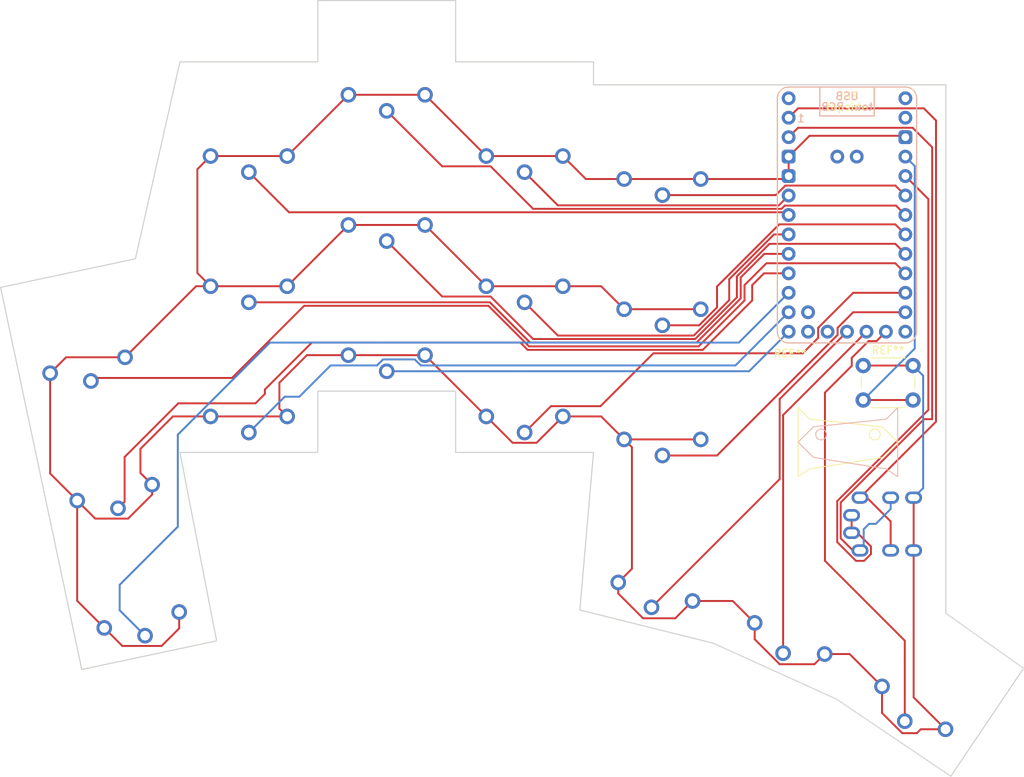
<source format=kicad_pcb>
(kicad_pcb (version 20240108) (generator "pcbnew") (generator_version "8.0")
  (title_block (title "pcb") (rev "v1.0.0") (company "Unknown"))
  (layers (0 "F.Cu" signal) (31 "B.Cu" signal) (34 "B.Paste" user) (35 "F.Paste" user) (36 "B.SilkS" user "B.Silkscreen") (37 "F.SilkS" user "F.Silkscreen") (38 "B.Mask" user) (39 "F.Mask" user) (44 "Edge.Cuts" user))
  (net 0 "")
  (net 1 "GND")
  (net 2 "P7")
  (net 3 "P27")
  (net 4 "P2")
  (net 5 "P8")
  (net 6 "P26")
  (net 7 "P3")
  (net 8 "P9")
  (net 9 "P5")
  (net 10 "P29")
  (net 11 "P20")
  (net 12 "P6")
  (net 13 "P28")
  (net 14 "P23")
  (net 15 "P22")
  (net 16 "P4")
  (net 17 "P12")
  (net 18 "P13")
  (net 19 "P14")
  (net 20 "VCC")
  (net 21 "P0")
  (net 22 "P1")
  (net 23 "RST")
  (net 24 "p15")
  (net 25 "P16")
  (footprint "PG1350" (layer "F.Cu") (at 50.780983 -26.655629 180)
    (property "Reference" "S10" (hide yes))
    (property "Value" "" (hide yes))
    (pad "" np_thru_hole circle (at -5.5 0 180) (size 1.7018 1.7018) (drill 1.7018) (layers "*.Cu" "*.Mask"))
    (pad "" np_thru_hole circle (at 0 0 180) (size 3.429 3.429) (drill 3.429) (layers "*.Cu" "*.Mask"))
    (pad "" np_thru_hole circle (at 5.5 0 180) (size 1.7018 1.7018) (drill 1.7018) (layers "*.Cu" "*.Mask"))
    (pad "1" thru_hole circle (at -5 -3.8 180) (size 2.032 2.032) (drill 1.27) (layers "*.Cu" "*.Mask") (net 1 "GND"))
    (pad "1" thru_hole circle (at 5 -3.8 180) (size 2.032 2.032) (drill 1.27) (layers "*.Cu" "*.Mask") (net 1 "GND"))
    (pad "2" thru_hole circle (at 0 -5.9 180) (size 2.032 2.032) (drill 1.27) (layers "*.Cu" "*.Mask") (net 11 "P20"))
  )
  (footprint "PCM_marbastlib-xp-promicroish:Helios_AH_Reversible" (layer "F.Cu") (at 92.88 -47.89)
    (property "Reference" "REF**" (at -9.67 16.82 0) (layer "F.SilkS") (effects (justify left)))
    (property "Value" "Helios_AH_Reversible")
    (fp_line (start -9.09 13.97) (end -9.09 -16.51) (stroke (width 0.15)) (layer "B.SilkS"))
    (fp_line (start -7.62 -17.98) (end 7.62 -17.98) (stroke (width 0.15)) (layer "B.SilkS"))
    (fp_line (start -3.55 -14.2) (end -3.55 -17.98) (stroke (width 0.15)) (layer "B.SilkS"))
    (fp_line (start -3.55 -14.2) (end 3.55 -14.2) (stroke (width 0.15)) (layer "B.SilkS"))
    (fp_line (start 3.55 -14.2) (end 3.55 -17.98) (stroke (width 0.15)) (layer "B.SilkS"))
    (fp_line (start 7.62 15.44) (end -7.62 15.44) (stroke (width 0.15)) (layer "B.SilkS"))
    (fp_line (start 9.09 -16.51) (end 9.09 13.97) (stroke (width 0.15)) (layer "B.SilkS"))
    (fp_arc (start -9.09 -16.51) (mid -8.659447 -17.549447) (end -7.62 -17.98) (stroke (width 0.15)) (layer "B.SilkS"))
    (fp_arc (start -7.62 15.44) (mid -8.659447 15.009447) (end -9.09 13.97) (stroke (width 0.15)) (layer "B.SilkS"))
    (fp_arc (start 7.62 -17.98) (mid 8.659447 -17.549447) (end 9.09 -16.51) (stroke (width 0.15)) (layer "B.SilkS"))
    (fp_arc (start 9.09 13.97) (mid 8.659447 15.009447) (end 7.62 15.44) (stroke (width 0.15)) (layer "B.SilkS"))
    (fp_line (start -9.09 -16.51) (end -9.09 13.97) (stroke (width 0.15)) (layer "F.SilkS"))
    (fp_line (start -7.62 15.44) (end 7.62 15.44) (stroke (width 0.15)) (layer "F.SilkS"))
    (fp_line (start -3.55 -14.2) (end -3.55 -17.98) (stroke (width 0.15)) (layer "F.SilkS"))
    (fp_line (start 3.55 -14.2) (end -3.55 -14.2) (stroke (width 0.15)) (layer "F.SilkS"))
    (fp_line (start 3.55 -14.2) (end 3.55 -17.98) (stroke (width 0.15)) (layer "F.SilkS"))
    (fp_line (start 7.62 -17.98) (end -7.62 -17.98) (stroke (width 0.15)) (layer "F.SilkS"))
    (fp_line (start 9.09 13.97) (end 9.09 -16.51) (stroke (width 0.15)) (layer "F.SilkS"))
    (fp_arc (start -9.09 -16.51) (mid -8.659446 -17.549446) (end -7.62 -17.98) (stroke (width 0.15)) (layer "F.SilkS"))
    (fp_arc (start -7.62 15.44) (mid -8.659447 15.009447) (end -9.09 13.97) (stroke (width 0.15)) (layer "F.SilkS"))
    (fp_arc (start 7.62 -17.98) (mid 8.659447 -17.549447) (end 9.09 -16.51) (stroke (width 0.15)) (layer "F.SilkS"))
    (fp_arc (start 9.09 13.97) (mid 8.659447 15.009447) (end 7.62 15.44) (stroke (width 0.15)) (layer "F.SilkS"))
    (fp_text user "USB" (at 0 -16.2 0) (layer "B.SilkS") (effects (justify bottom mirror)))
    (fp_text user "1" (at -6.02 -13.2825 0) (layer "B.SilkS") (effects (justify bottom mirror)))
    (fp_text user "tow. PCB" (at 0 -14.8 0) (layer "B.SilkS") (effects (justify bottom mirror)))
    (fp_text user "1" (at -6.02 -13.2825 0) (layer "F.SilkS") (effects (justify bottom)))
    (fp_text user "topside" (at 0 -14.8 0) (layer "F.SilkS") (effects (justify bottom)))
    (fp_text user "USB" (at 0 -16.2 0) (layer "F.SilkS") (effects (justify bottom)))
    (pad "1" thru_hole circle (at -7.62 -13.97) (size 1.8 1.8) (drill 1) (layers "*.Cu" "*.Mask") (net 21 "P0"))
    (pad "2" thru_hole circle (at -7.62 -11.43) (size 1.8 1.8) (drill 1) (layers "*.Cu" "*.Mask") (net 22 "P1"))
    (pad "3" thru_hole roundrect (at -7.62 -8.89) (size 1.8 1.8) (drill 1) (layers "*.Cu" "*.Mask") (net 1 "GND"))
    (pad "4" thru_hole roundrect (at -7.62 -6.35) (size 1.8 1.8) (drill 1) (layers "*.Cu" "*.Mask") (net 1 "GND"))
    (pad "5" thru_hole circle (at -7.62 -3.81) (size 1.8 1.8) (drill 1) (layers "*.Cu" "*.Mask") (net 4 "P2"))
    (pad "6" thru_hole circle (at -7.62 -1.27) (size 1.8 1.8) (drill 1) (layers "*.Cu" "*.Mask") (net 7 "P3"))
    (pad "7" thru_hole circle (at -7.62 1.27) (size 1.8 1.8) (drill 1) (layers "*.Cu" "*.Mask") (net 16 "P4"))
    (pad "8" thru_hole circle (at -7.62 3.81) (size 1.8 1.8) (drill 1) (layers "*.Cu" "*.Mask") (net 9 "P5"))
    (pad "9" thru_hole circle (at -7.62 6.35) (size 1.8 1.8) (drill 1) (layers "*.Cu" "*.Mask") (net 12 "P6"))
    (pad "10" thru_hole circle (at -7.62 8.89) (size 1.8 1.8) (drill 1) (layers "*.Cu" "*.Mask") (net 2 "P7"))
    (pad "11" thru_hole circle (at -7.62 11.43) (size 1.8 1.8) (drill 1) (layers "*.Cu" "*.Mask") (net 5 "P8"))
    (pad "12" thru_hole circle (at -7.62 13.97) (size 1.8 1.8) (drill 1) (layers "*.Cu" "*.Mask") (net 8 "P9"))
    (pad "13" thru_hole circle (at 7.62 -13.97) (size 1.8 1.8) (drill 1) (layers "*.Cu" "*.Mask"))
    (pad "14" thru_hole roundrect (at 7.62 -11.43) (size 1.8 1.8) (drill 1) (layers "*.Cu" "*.Mask") (net 1 "GND"))
    (pad "15" thru_hole circle (at 7.62 -8.89) (size 1.8 1.8) (drill 1) (layers "*.Cu" "*.Mask") (net 23 "RST"))
    (pad "16" thru_hole circle (at 7.62 -6.35) (size 1.8 1.8) (drill 1) (layers "*.Cu" "*.Mask") (net 20 "VCC"))
    (pad "17" thru_hole circle (at 7.62 -3.81) (size 1.8 1.8) (drill 1) (layers "*.Cu" "*.Mask") (net 10 "P29"))
    (pad "18" thru_hole circle (at 7.62 -1.27) (size 1.8 1.8) (drill 1) (layers "*.Cu" "*.Mask") (net 13 "P28"))
    (pad "19" thru_hole circle (at 7.62 1.27) (size 1.8 1.8) (drill 1) (layers "*.Cu" "*.Mask") (net 3 "P27"))
    (pad "20" thru_hole circle (at 7.62 3.81) (size 1.8 1.8) (drill 1) (layers "*.Cu" "*.Mask") (net 6 "P26"))
    (pad "21" thru_hole circle (at 7.62 6.35) (size 1.8 1.8) (drill 1) (layers "*.Cu" "*.Mask") (net 15 "P22"))
    (pad "22" thru_hole circle (at 7.62 8.89) (size 1.8 1.8) (drill 1) (layers "*.Cu" "*.Mask") (net 11 "P20"))
    (pad "23" thru_hole circle (at 7.62 11.43) (size 1.8 1.8) (drill 1) (layers "*.Cu" "*.Mask") (net 14 "P23"))
    (pad "24" thru_hole circle (at 7.62 13.97) (size 1.8 1.8) (drill 1) (layers "*.Cu" "*.Mask"))
    (pad "25" thru_hole circle (at -5.08 13.97) (size 1.8 1.8) (drill 1) (layers "*.Cu" "*.Mask") (net 17 "P12"))
    (pad "26" thru_hole circle (at -2.54 13.97) (size 1.8 1.8) (drill 1) (layers "*.Cu" "*.Mask") (net 18 "P13"))
    (pad "27" thru_hole circle (at 0 13.97) (size 1.8 1.8) (drill 1) (layers "*.Cu" "*.Mask") (net 19 "P14"))
    (pad "28" thru_hole circle (at 2.54 13.97) (size 1.8 1.8) (drill 1) (layers "*.Cu" "*.Mask") (net 24 "p15"))
    (pad "29" thru_hole circle (at 5.08 13.97) (size 1.8 1.8) (drill 1) (layers "*.Cu" "*.Mask") (net 25 "P16"))
    (pad "30" thru_hole circle (at 7.62 -16.51) (size 1.8 1.8) (drill 1) (layers "*.Cu" "*.Mask"))
    (pad "31" thru_hole circle (at -7.62 -16.51) (size 1.8 1.8) (drill 1) (layers "*.Cu" "*.Mask"))
    (pad "32" thru_hole circle (at -1.27 -8.89) (size 1.8 1.8) (drill 1) (layers "*.Cu" "*.Mask"))
    (pad "33" thru_hole circle (at 1.27 -8.89) (size 1.8 1.8) (drill 1) (layers "*.Cu" "*.Mask"))
    (pad "34" thru_hole circle (at -5.08 11.43) (size 1.8 1.8) (drill 1) (layers "*.Cu" "*.Mask"))
  )
  (footprint "PG1350" (layer "F.Cu") (at 68.780983 -57.655629 180)
    (property "Reference" "S15" (hide yes))
    (property "Value" "" (hide yes))
    (pad "" np_thru_hole circle (at -5.5 0 180) (size 1.7018 1.7018) (drill 1.7018) (layers "*.Cu" "*.Mask"))
    (pad "" np_thru_hole circle (at 0 0 180) (size 3.429 3.429) (drill 3.429) (layers "*.Cu" "*.Mask"))
    (pad "" np_thru_hole circle (at 5.5 0 180) (size 1.7018 1.7018) (drill 1.7018) (layers "*.Cu" "*.Mask"))
    (pad "1" thru_hole circle (at -5 -3.8 180) (size 2.032 2.032) (drill 1.27) (layers "*.Cu" "*.Mask") (net 1 "GND"))
    (pad "1" thru_hole circle (at 5 -3.8 180) (size 2.032 2.032) (drill 1.27) (layers "*.Cu" "*.Mask") (net 1 "GND"))
    (pad "2" thru_hole circle (at 0 -5.9 180) (size 2.032 2.032) (drill 1.27) (layers "*.Cu" "*.Mask") (net 10 "P29"))
  )
  (footprint "PG1350" (layer "F.Cu") (at 68.780983 -23.655629 180)
    (property "Reference" "S13" (hide yes))
    (property "Value" "" (hide yes))
    (pad "" np_thru_hole circle (at -5.5 0 180) (size 1.7018 1.7018) (drill 1.7018) (layers "*.Cu" "*.Mask"))
    (pad "" np_thru_hole circle (at 0 0 180) (size 3.429 3.429) (drill 3.429) (layers "*.Cu" "*.Mask"))
    (pad "" np_thru_hole circle (at 5.5 0 180) (size 1.7018 1.7018) (drill 1.7018) (layers "*.Cu" "*.Mask"))
    (pad "1" thru_hole circle (at -5 -3.8 180) (size 2.032 2.032) (drill 1.27) (layers "*.Cu" "*.Mask") (net 1 "GND"))
    (pad "1" thru_hole circle (at 5 -3.8 180) (size 2.032 2.032) (drill 1.27) (layers "*.Cu" "*.Mask") (net 1 "GND"))
    (pad "2" thru_hole circle (at 0 -5.9 180) (size 2.032 2.032) (drill 1.27) (layers "*.Cu" "*.Mask") (net 14 "P23"))
  )
  (footprint "PG1350" (layer "F.Cu") (at 86.938641 2.665688 156)
    (property "Reference" "S17" (hide yes))
    (property "Value" "" (hide yes))
    (pad "" np_thru_hole circle (at -5.5 0 180) (size 1.7018 1.7018) (drill 1.7018) (layers "*.Cu" "*.Mask"))
    (pad "" np_thru_hole circle (at 0 0 180) (size 3.429 3.429) (drill 3.429) (layers "*.Cu" "*.Mask"))
    (pad "" np_thru_hole circle (at 5.5 0 180) (size 1.7018 1.7018) (drill 1.7018) (layers "*.Cu" "*.Mask"))
    (pad "1" thru_hole circle (at -5 -3.8 180) (size 2.032 2.032) (drill 1.27) (layers "*.Cu" "*.Mask") (net 1 "GND"))
    (pad "1" thru_hole circle (at 5 -3.800001 180) (size 2.032 2.032) (drill 1.27) (layers "*.Cu" "*.Mask") (net 1 "GND"))
    (pad "2" thru_hole circle (at 0 -5.9 180) (size 2.032 2.032) (drill 1.27) (layers "*.Cu" "*.Mask") (net 24 "p15"))
  )
  (footprint "PG1350" (layer "F.Cu") (at 68.780983 -40.655629 180)
    (property "Reference" "S14" (hide yes))
    (property "Value" "" (hide yes))
    (pad "" np_thru_hole circle (at -5.5 0 180) (size 1.7018 1.7018) (drill 1.7018) (layers "*.Cu" "*.Mask"))
    (pad "" np_thru_hole circle (at 0 0 180) (size 3.429 3.429) (drill 3.429) (layers "*.Cu" "*.Mask"))
    (pad "" np_thru_hole circle (at 5.5 0 180) (size 1.7018 1.7018) (drill 1.7018) (layers "*.Cu" "*.Mask"))
    (pad "1" thru_hole circle (at -5 -3.8 180) (size 2.032 2.032) (drill 1.27) (layers "*.Cu" "*.Mask") (net 1 "GND"))
    (pad "1" thru_hole circle (at 5 -3.8 180) (size 2.032 2.032) (drill 1.27) (layers "*.Cu" "*.Mask") (net 1 "GND"))
    (pad "2" thru_hole circle (at 0 -5.9 180) (size 2.032 2.032) (drill 1.27) (layers "*.Cu" "*.Mask") (net 3 "P27"))
  )
  (footprint "PG1350" (layer "F.Cu") (at 32.780983 -68.655629 180)
    (property "Reference" "S9" (hide yes))
    (property "Value" "" (hide yes))
    (pad "" np_thru_hole circle (at -5.5 0 180) (size 1.7018 1.7018) (drill 1.7018) (layers "*.Cu" "*.Mask"))
    (pad "" np_thru_hole circle (at 0 0 180) (size 3.429 3.429) (drill 3.429) (layers "*.Cu" "*.Mask"))
    (pad "" np_thru_hole circle (at 5.5 0 180) (size 1.7018 1.7018) (drill 1.7018) (layers "*.Cu" "*.Mask"))
    (pad "1" thru_hole circle (at -5 -3.8 180) (size 2.032 2.032) (drill 1.27) (layers "*.Cu" "*.Mask") (net 1 "GND"))
    (pad "1" thru_hole circle (at 5 -3.8 180) (size 2.032 2.032) (drill 1.27) (layers "*.Cu" "*.Mask") (net 1 "GND"))
    (pad "2" thru_hole circle (at 0 -5.9 180) (size 2.032 2.032) (drill 1.27) (layers "*.Cu" "*.Mask") (net 13 "P28"))
  )
  (footprint "PG1350" (layer "F.Cu") (at 14.780983 -60.655629 180)
    (property "Reference" "S6" (hide yes))
    (property "Value" "" (hide yes))
    (pad "" np_thru_hole circle (at -5.5 0 180) (size 1.7018 1.7018) (drill 1.7018) (layers "*.Cu" "*.Mask"))
    (pad "" np_thru_hole circle (at 0 0 180) (size 3.429 3.429) (drill 3.429) (layers "*.Cu" "*.Mask"))
    (pad "" np_thru_hole circle (at 5.5 0 180) (size 1.7018 1.7018) (drill 1.7018) (layers "*.Cu" "*.Mask"))
    (pad "1" thru_hole circle (at -5 -3.8 180) (size 2.032 2.032) (drill 1.27) (layers "*.Cu" "*.Mask") (net 1 "GND"))
    (pad "1" thru_hole circle (at 5 -3.8 180) (size 2.032 2.032) (drill 1.27) (layers "*.Cu" "*.Mask") (net 1 "GND"))
    (pad "2" thru_hole circle (at 0 -5.9 180) (size 2.032 2.032) (drill 1.27) (layers "*.Cu" "*.Mask") (net 7 "P3"))
  )
  (footprint "TRRS-PJ-320A-dual" (layer "F.Cu") (at 104.780983 -7.655629 -90)
    (property "Reference" "TRRS1")
    (property "Value" "TRRS-PJ-320A-dual")
    (pad "" np_thru_hole circle (at -2.3 1.6) (size 1.5 1.5) (drill 1.5) (layers "*.Cu" "*.Mask"))
    (pad "" np_thru_hole circle (at -2.3 8.6) (size 1.5 1.5) (drill 1.5) (layers "*.Cu" "*.Mask"))
    (pad "" np_thru_hole circle (at 0 1.6) (size 1.5 1.5) (drill 1.5) (layers "*.Cu" "*.Mask"))
    (pad "" np_thru_hole circle (at 0 8.6) (size 1.5 1.5) (drill 1.5) (layers "*.Cu" "*.Mask"))
    (pad "1" thru_hole oval (at -2.3 11.3 270) (size 1.6 2.2) (drill oval 0.9 1.5) (layers "*.Cu" "*.Mask") (net 20 "VCC"))
    (pad "1" thru_hole oval (at 0 11.3 270) (size 1.6 2.2) (drill oval 0.9 1.5) (layers "*.Cu" "*.Mask") (net 20 "VCC"))
    (pad "2" thru_hole oval (at -4.6 10.2 270) (size 1.6 2.2) (drill oval 0.9 1.5) (layers "*.Cu" "*.Mask") (net 21 "P0"))
    (pad "2" thru_hole oval (at 2.3 10.2 270) (size 1.6 2.2) (drill oval 0.9 1.5) (layers "*.Cu" "*.Mask") (net 22 "P1"))
    (pad "3" thru_hole oval (at -4.6 6.2 270) (size 1.6 2.2) (drill oval 0.9 1.5) (layers "*.Cu" "*.Mask") (net 22 "P1"))
    (pad "3" thru_hole oval (at 2.3 6.2 270) (size 1.6 2.2) (drill oval 0.9 1.5) (layers "*.Cu" "*.Mask") (net 21 "P0"))
    (pad "4" thru_hole oval (at -4.6 3.2 270) (size 1.6 2.2) (drill oval 0.9 1.5) (layers "*.Cu" "*.Mask") (net 1 "GND"))
    (pad "4" thru_hole oval (at 2.3 3.2 270) (size 1.6 2.2) (drill oval 0.9 1.5) (layers "*.Cu" "*.Mask") (net 1 "GND"))
  )
  (footprint "PG1350" (layer "F.Cu") (at 0 0 -168)
    (property "Reference" "S1" (hide yes))
    (property "Value" "" (hide yes))
    (pad "" np_thru_hole circle (at -5.5 0 180) (size 1.7018 1.7018) (drill 1.7018) (layers "*.Cu" "*.Mask"))
    (pad "" np_thru_hole circle (at 0 0 180) (size 3.429 3.429) (drill 3.429) (layers "*.Cu" "*.Mask"))
    (pad "" np_thru_hole circle (at 5.5 0 180) (size 1.7018 1.7018) (drill 1.7018) (layers "*.Cu" "*.Mask"))
    (pad "1" thru_hole circle (at -5 -3.799999 180) (size 2.032 2.032) (drill 1.27) (layers "*.Cu" "*.Mask") (net 1 "GND"))
    (pad "1" thru_hole circle (at 5 -3.8 180) (size 2.032 2.032) (drill 1.27) (layers "*.Cu" "*.Mask") (net 1 "GND"))
    (pad "2" thru_hole circle (at 0 -5.9 180) (size 2.032 2.032) (drill 1.27) (layers "*.Cu" "*.Mask") (net 2 "P7"))
  )
  (footprint "PG1350" (layer "F.Cu") (at 32.780983 -51.655629 180)
    (property "Reference" "S8" (hide yes))
    (property "Value" "" (hide yes))
    (pad "" np_thru_hole circle (at -5.5 0 180) (size 1.7018 1.7018) (drill 1.7018) (layers "*.Cu" "*.Mask"))
    (pad "" np_thru_hole circle (at 0 0 180) (size 3.429 3.429) (drill 3.429) (layers "*.Cu" "*.Mask"))
    (pad "" np_thru_hole circle (at 5.5 0 180) (size 1.7018 1.7018) (drill 1.7018) (layers "*.Cu" "*.Mask"))
    (pad "1" thru_hole circle (at -5 -3.8 180) (size 2.032 2.032) (drill 1.27) (layers "*.Cu" "*.Mask") (net 1 "GND"))
    (pad "1" thru_hole circle (at 5 -3.8 180) (size 2.032 2.032) (drill 1.27) (layers "*.Cu" "*.Mask") (net 1 "GND"))
    (pad "2" thru_hole circle (at 0 -5.9 180) (size 2.032 2.032) (drill 1.27) (layers "*.Cu" "*.Mask") (net 6 "P26"))
  )
  (footprint "PG1350" (layer "F.Cu") (at -3.534499 -16.628509 -168)
    (property "Reference" "S2" (hide yes))
    (property "Value" "" (hide yes))
    (pad "" np_thru_hole circle (at -5.5 0 180) (size 1.7018 1.7018) (drill 1.7018) (layers "*.Cu" "*.Mask"))
    (pad "" np_thru_hole circle (at 0 0 180) (size 3.429 3.429) (drill 3.429) (layers "*.Cu" "*.Mask"))
    (pad "" np_thru_hole circle (at 5.5 0 180) (size 1.7018 1.7018) (drill 1.7018) (layers "*.Cu" "*.Mask"))
    (pad "1" thru_hole circle (at -5 -3.799999 180) (size 2.032 2.032) (drill 1.27) (layers "*.Cu" "*.Mask") (net 1 "GND"))
    (pad "1" thru_hole circle (at 5 -3.8 180) (size 2.032 2.032) (drill 1.27) (layers "*.Cu" "*.Mask") (net 1 "GND"))
    (pad "2" thru_hole circle (at 0 -5.9 180) (size 2.032 2.032) (drill 1.27) (layers "*.Cu" "*.Mask") (net 12 "P6"))
  )
  (footprint "PG1350" (layer "F.Cu") (at 50.780983 -60.655629 180)
    (property "Reference" "S12" (hide yes))
    (property "Value" "" (hide yes))
    (pad "" np_thru_hole circle (at -5.5 0 180) (size 1.7018 1.7018) (drill 1.7018) (layers "*.Cu" "*.Mask"))
    (pad "" np_thru_hole circle (at 0 0 180) (size 3.429 3.429) (drill 3.429) (layers "*.Cu" "*.Mask"))
    (pad "" np_thru_hole circle (at 5.5 0 180) (size 1.7018 1.7018) (drill 1.7018) (layers "*.Cu" "*.Mask"))
    (pad "1" thru_hole circle (at -5 -3.8 180) (size 2.032 2.032) (drill 1.27) (layers "*.Cu" "*.Mask") (net 1 "GND"))
    (pad "1" thru_hole circle (at 5 -3.8 180) (size 2.032 2.032) (drill 1.27) (layers "*.Cu" "*.Mask") (net 1 "GND"))
    (pad "2" thru_hole circle (at 0 -5.9 180) (size 2.032 2.032) (drill 1.27) (layers "*.Cu" "*.Mask") (net 4 "P2"))
  )
  (footprint "Button_Switch_THT:SW_PUSH_6mm_H4.3mm" (layer "F.Cu") (at 95 -29.5)
    (property "Reference" "REF**" (at 3.25 -2 0) (layer "F.SilkS"))
    (property "Value" "SW_PUSH_6mm_H4.3mm")
    (fp_line (start -0.25 1.5) (end -0.25 3) (stroke (width 0.12)) (layer "F.SilkS"))
    (fp_line (start 1 5.5) (end 5.5 5.5) (stroke (width 0.12)) (layer "F.SilkS"))
    (fp_line (start 5.5 -1) (end 1 -1) (stroke (width 0.12)) (layer "F.SilkS"))
    (fp_line (start 6.75 3) (end 6.75 1.5) (stroke (width 0.12)) (layer "F.SilkS"))
    (pad "1" thru_hole circle (at 0 0 90) (size 2 2) (drill 1.1) (layers "*.Cu" "*.Mask") (net 1 "GND"))
    (pad "1" thru_hole circle (at 6.5 0 90) (size 2 2) (drill 1.1) (layers "*.Cu" "*.Mask") (net 1 "GND"))
    (pad "2" thru_hole circle (at 0 4.5 90) (size 2 2) (drill 1.1) (layers "*.Cu" "*.Mask") (net 23 "RST"))
    (pad "2" thru_hole circle (at 6.5 4.5 90) (size 2 2) (drill 1.1) (layers "*.Cu" "*.Mask") (net 23 "RST"))
  )
  (footprint "PG1350" (layer "F.Cu") (at 68.780983 -3.655629 166)
    (property "Reference" "S16" (hide yes))
    (property "Value" "" (hide yes))
    (pad "" np_thru_hole circle (at -5.499999 0 180) (size 1.7018 1.7018) (drill 1.7018) (layers "*.Cu" "*.Mask"))
    (pad "" np_thru_hole circle (at 0 0 180) (size 3.429 3.429) (drill 3.429) (layers "*.Cu" "*.Mask"))
    (pad "" np_thru_hole circle (at 5.499999 0 180) (size 1.7018 1.7018) (drill 1.7018) (layers "*.Cu" "*.Mask"))
    (pad "1" thru_hole circle (at -5 -3.8 180) (size 2.032 2.032) (drill 1.27) (layers "*.Cu" "*.Mask") (net 1 "GND"))
    (pad "1" thru_hole circle (at 5 -3.8 180) (size 2.032 2.032) (drill 1.27) (layers "*.Cu" "*.Mask") (net 1 "GND"))
    (pad "2" thru_hole circle (at 0 -5.9 180) (size 2.032 2.032) (drill 1.27) (layers "*.Cu" "*.Mask") (net 19 "P14"))
  )
  (footprint "PG1350" (layer "F.Cu") (at 14.780983 -43.655629 180)
    (property "Reference" "S5" (hide yes))
    (property "Value" "" (hide yes))
    (pad "" np_thru_hole circle (at -5.5 0 180) (size 1.7018 1.7018) (drill 1.7018) (layers "*.Cu" "*.Mask"))
    (pad "" np_thru_hole circle (at 0 0 180) (size 3.429 3.429) (drill 3.429) (layers "*.Cu" "*.Mask"))
    (pad "" np_thru_hole circle (at 5.5 0 180) (size 1.7018 1.7018) (drill 1.7018) (layers "*.Cu" "*.Mask"))
    (pad "1" thru_hole circle (at -5 -3.8 180) (size 2.032 2.032) (drill 1.27) (layers "*.Cu" "*.Mask") (net 1 "GND"))
    (pad "1" thru_hole circle (at 5 -3.8 180) (size 2.032 2.032) (drill 1.27) (layers "*.Cu" "*.Mask") (net 1 "GND"))
    (pad "2" thru_hole circle (at 0 -5.9 180) (size 2.032 2.032) (drill 1.27) (layers "*.Cu" "*.Mask") (net 9 "P5"))
  )
  (footprint "PG1350" (layer "F.Cu") (at -7.068997 -33.257018 -168)
    (property "Reference" "S3" (hide yes))
    (property "Value" "" (hide yes))
    (pad "" np_thru_hole circle (at -5.5 0 180) (size 1.7018 1.7018) (drill 1.7018) (layers "*.Cu" "*.Mask"))
    (pad "" np_thru_hole circle (at 0 0 180) (size 3.429 3.429) (drill 3.429) (layers "*.Cu" "*.Mask"))
    (pad "" np_thru_hole circle (at 5.5 0 180) (size 1.7018 1.7018) (drill 1.7018) (layers "*.Cu" "*.Mask"))
    (pad "1" thru_hole circle (at -5 -3.799999 180) (size 2.032 2.032) (drill 1.27) (layers "*.Cu" "*.Mask") (net 1 "GND"))
    (pad "1" thru_hole circle (at 5 -3.8 180) (size 2.032 2.032) (drill 1.27) (layers "*.Cu" "*.Mask") (net 1 "GND"))
    (pad "2" thru_hole circle (at 0 -5.9 180) (size 2.032 2.032) (drill 1.27) (layers "*.Cu" "*.Mask") (net 15 "P22"))
  )
  (footprint "PG1350" (layer "F.Cu") (at 14.780983 -26.655629 180)
    (property "Reference" "S4" (hide yes))
    (property "Value" "" (hide yes))
    (pad "" np_thru_hole circle (at -5.5 0 180) (size 1.7018 1.7018) (drill 1.7018) (layers "*.Cu" "*.Mask"))
    (pad "" np_thru_hole circle (at 0 0 180) (size 3.429 3.429) (drill 3.429) (layers "*.Cu" "*.Mask"))
    (pad "" np_thru_hole circle (at 5.5 0 180) (size 1.7018 1.7018) (drill 1.7018) (layers "*.Cu" "*.Mask"))
    (pad "1" thru_hole circle (at -5 -3.8 180) (size 2.032 2.032) (drill 1.27) (layers "*.Cu" "*.Mask") (net 1 "GND"))
    (pad "1" thru_hole circle (at 5 -3.8 180) (size 2.032 2.032) (drill 1.27) (layers "*.Cu" "*.Mask") (net 1 "GND"))
    (pad "2" thru_hole circle (at 0 -5.9 180) (size 2.032 2.032) (drill 1.27) (layers "*.Cu" "*.Mask") (net 5 "P8"))
  )
  (footprint "PG1350" (layer "F.Cu") (at 32.780983 -34.655629 180)
    (property "Reference" "S7" (hide yes))
    (property "Value" "" (hide yes))
    (pad "" np_thru_hole circle (at -5.5 0 180) (size 1.7018 1.7018) (drill 1.7018) (layers "*.Cu" "*.Mask"))
    (pad "" np_thru_hole circle (at 0 0 180) (size 3.429 3.429) (drill 3.429) (layers "*.Cu" "*.Mask"))
    (pad "" np_thru_hole circle (at 5.5 0 180) (size 1.7018 1.7018) (drill 1.7018) (layers "*.Cu" "*.Mask"))
    (pad "1" thru_hole circle (at -5 -3.8 180) (size 2.032 2.032) (drill 1.27) (layers "*.Cu" "*.Mask") (net 1 "GND"))
    (pad "1" thru_hole circle (at 5 -3.8 180) (size 2.032 2.032) (drill 1.27) (layers "*.Cu" "*.Mask") (net 1 "GND"))
    (pad "2" thru_hole circle (at 0 -5.9 180) (size 2.032 2.032) (drill 1.27) (layers "*.Cu" "*.Mask") (net 8 "P9"))
  )
  (footprint "PG1350" (layer "F.Cu") (at 50.780983 -43.655629 180)
    (property "Reference" "S11" (hide yes))
    (property "Value" "" (hide yes))
    (pad "" np_thru_hole circle (at -5.5 0 180) (size 1.7018 1.7018) (drill 1.7018) (layers "*.Cu" "*.Mask"))
    (pad "" np_thru_hole circle (at 0 0 180) (size 3.429 3.429) (drill 3.429) (layers "*.Cu" "*.Mask"))
    (pad "" np_thru_hole circle (at 5.5 0 180) (size 1.7018 1.7018) (drill 1.7018) (layers "*.Cu" "*.Mask"))
    (pad "1" thru_hole circle (at -5 -3.8 180) (size 2.032 2.032) (drill 1.27) (layers "*.Cu" "*.Mask") (net 1 "GND"))
    (pad "1" thru_hole circle (at 5 -3.8 180) (size 2.032 2.032) (drill 1.27) (layers "*.Cu" "*.Mask") (net 1 "GND"))
    (pad "2" thru_hole circle (at 0 -5.9 180) (size 2.032 2.032) (drill 1.27) (layers "*.Cu" "*.Mask") (net 16 "P4"))
  )
  (footprint "PG1350" (layer "F.Cu") (at 103.722758 12.044013 146)
    (property "Reference" "S18" (hide yes))
    (property "Value" "" (hide yes))
    (pad "" np_thru_hole circle (at -5.5 0 180) (size 1.7018 1.7018) (drill 1.7018) (layers "*.Cu" "*.Mask"))
    (pad "" np_thru_hole circle (at 0 0 180) (size 3.429 3.429) (drill 3.429) (layers "*.Cu" "*.Mask"))
    (pad "" np_thru_hole circle (at 5.5 0 180) (size 1.7018 1.7018) (drill 1.7018) (layers "*.Cu" "*.Mask"))
    (pad "1" thru_hole circle (at -5 -3.8 180) (size 2.032 2.032) (drill 1.27) (layers "*.Cu" "*.Mask") (net 1 "GND"))
    (pad "1" thru_hole circle (at 5 -3.8 180) (size 2.032 2.032) (drill 1.27) (layers "*.Cu" "*.Mask") (net 1 "GND"))
    (pad "2" thru_hole circle (at 0 -5.9 180) (size 2.032 2.032) (drill 1.27) (layers "*.Cu" "*.Mask") (net 25 "P16"))
  )
  (gr_circle (center 89.5 -20.5) (end 90.207107 -20.5) (stroke (width 0.12)) (fill none) (layer "B.SilkS"))
  (gr_poly (pts (xy 99.5 -15) (xy 98 -16) (xy 88.5 -17.5) (xy 86.5 -19.5) (xy 88.5 -21.5) (xy 98 -22.5) (xy 99.5 -24)) (stroke (width 0.12)) (fill none) (layer "B.SilkS"))
  (gr_poly (pts (xy 86.5 -15) (xy 88 -16) (xy 97.5 -17.5) (xy 99.5 -19.5) (xy 97.5 -21.5) (xy 88 -22.5) (xy 86.5 -24)) (stroke (width 0.12)) (fill none) (layer "F.SilkS"))
  (gr_circle (center 96.5 -20.5) (end 97 -20) (stroke (width 0.12)) (fill none) (layer "F.SilkS"))
  (gr_line (start 41.780983 -69.155629) (end 59.780983 -69.155629) (stroke (width 0.15)) (layer "Edge.Cuts"))
  (gr_line (start 10.570578 6.443049) (end -7.036079 10.18546) (stroke (width 0.15)) (layer "Edge.Cuts"))
  (gr_line (start 23.780983 -69.155629) (end 23.780983 -77.155629) (stroke (width 0.15)) (layer "Edge.Cuts"))
  (gr_line (start 5.780983 -18.155629) (end 10.570578 6.443049) (stroke (width 0.15)) (layer "Edge.Cuts"))
  (gr_line (start 105.780983 2.844371) (end 115.937236 10.02993) (stroke (width 0.15)) (layer "Edge.Cuts"))
  (gr_line (start 59.780983 -69.155629) (end 59.780983 -66.155629) (stroke (width 0.15)) (layer "Edge.Cuts"))
  (gr_line (start 57.991986 2.414588) (end 59.780983 -18.155629) (stroke (width 0.15)) (layer "Edge.Cuts"))
  (gr_line (start 59.780983 -18.155629) (end 41.780983 -18.155629) (stroke (width 0.15)) (layer "Edge.Cuts"))
  (gr_line (start 41.780983 -77.155629) (end 41.780983 -69.155629) (stroke (width 0.15)) (layer "Edge.Cuts"))
  (gr_line (start 23.780983 -77.155629) (end 41.780983 -77.155629) (stroke (width 0.15)) (layer "Edge.Cuts"))
  (gr_line (start 75.457309 6.769182) (end 57.991986 2.414588) (stroke (width 0.15)) (layer "Edge.Cuts"))
  (gr_line (start 23.780983 -26.155629) (end 23.780983 -18.155629) (stroke (width 0.15)) (layer "Edge.Cuts"))
  (gr_line (start 105.780983 -66.155629) (end 105.780983 2.844371) (stroke (width 0.15)) (layer "Edge.Cuts"))
  (gr_line (start -7.036079 10.18546) (end -17.639575 -39.700068) (stroke (width 0.15)) (layer "Edge.Cuts"))
  (gr_line (start 41.780983 -18.155629) (end 41.780983 -26.155629) (stroke (width 0.15)) (layer "Edge.Cuts"))
  (gr_line (start 41.780983 -26.155629) (end 23.780983 -26.155629) (stroke (width 0.15)) (layer "Edge.Cuts"))
  (gr_line (start 115.937236 10.02993) (end 106.430957 24.123569) (stroke (width 0.15)) (layer "Edge.Cuts"))
  (gr_line (start 59.780983 -66.155629) (end 105.780983 -66.155629) (stroke (width 0.15)) (layer "Edge.Cuts"))
  (gr_line (start 106.430957 24.123569) (end 91.50828 14.058097) (stroke (width 0.15)) (layer "Edge.Cuts"))
  (gr_line (start 91.50828 14.058097) (end 75.457309 6.769182) (stroke (width 0.15)) (layer "Edge.Cuts"))
  (gr_line (start -17.639575 -39.700068) (end -0.032918 -43.442478) (stroke (width 0.15)) (layer "Edge.Cuts"))
  (gr_line (start 5.780983 -69.155629) (end 23.780983 -69.155629) (stroke (width 0.15)) (layer "Edge.Cuts"))
  (gr_line (start -0.032918 -43.442478) (end 5.780983 -69.155629) (stroke (width 0.15)) (layer "Edge.Cuts"))
  (gr_line (start 23.780983 -18.155629) (end 5.780983 -18.155629) (stroke (width 0.15)) (layer "Edge.Cuts"))
  (segment (start 64.796982 -18.83963) (end 64.796982 -2.964896) (width 0.25) (layer "F.Cu") (net 1))
  (segment (start 5.680802 4.819198) (end 5.680802 2.677402) (width 0.25) (layer "F.Cu") (net 1))
  (segment (start -1.745122 7.112071) (end 3.387929 7.112071) (width 0.25) (layer "F.Cu") (net 1))
  (segment (start 93.22509 8.170844) (end 97.452637 12.398391) (width 0.25) (layer "F.Cu") (net 1))
  (segment (start 64.796982 -2.964896) (end 63.010201 -1.178115) (width 0.25) (layer "F.Cu") (net 1))
  (segment (start 27.780983 -47.855629) (end 37.780983 -47.855629) (width 0.25) (layer "F.Cu") (net 1))
  (segment (start -4.100674 4.756519) (end -1.745122 7.112071) (width 0.25) (layer "F.Cu") (net 1))
  (segment (start 100.091724 18.5) (end 102 18.5) (width 0.25) (layer "F.Cu") (net 1))
  (segment (start 60.780983 -22.855629) (end 63.780983 -19.855629) (width 0.25) (layer "F.Cu") (net 1))
  (segment (start 101.580983 13.82829) (end 101.580983 -5.355629) (width 0.25) (layer "F.Cu") (net 1))
  (segment (start -11.169671 -15.406488) (end -7.635173 -11.87199) (width 0.25) (layer "F.Cu") (net 1))
  (segment (start 9.780983 -22.855629) (end 19.780983 -22.855629) (width 0.25) (layer "F.Cu") (net 1))
  (segment (start 100.5 -59.5) (end 87.98 -59.5) (width 0.25) (layer "F.Cu") (net 1))
  (segment (start 18.764984 -23.871628) (end 18.764984 -27.264984) (width 0.25) (layer "F.Cu") (net 1))
  (segment (start 37.780983 -47.855629) (end 45.780983 -39.855629) (width 0.25) (layer "F.Cu") (net 1))
  (segment (start -7.635173 1.22202) (end -4.100674 4.756519) (width 0.25) (layer "F.Cu") (net 1))
  (segment (start 8.055083 -55.129729) (end 8.055083 -41.581529) (width 0.25) (layer "F.Cu") (net 1))
  (segment (start 9.780983 -39.855629) (end 19.780983 -39.855629) (width 0.25) (layer "F.Cu") (net 1))
  (segment (start 45.780983 -39.855629) (end 55.780983 -39.855629) (width 0.25) (layer "F.Cu") (net 1))
  (segment (start 8.055083 -41.581529) (end 9.780983 -39.855629) (width 0.25) (layer "F.Cu") (net 1))
  (segment (start 102 18.5) (end 102.50968 17.99032) (width 0.25) (layer "F.Cu") (net 1))
  (segment (start 97.452637 12.398391) (end 97.452637 15.860913) (width 0.25) (layer "F.Cu") (net 1))
  (segment (start 55.780983 -39.855629) (end 60.780983 -39.855629) (width 0.25) (layer "F.Cu") (net 1))
  (segment (start 84.855629 -53.855629) (end 73.780983 -53.855629) (width 0.25) (layer "F.Cu") (net 1))
  (segment (start 102.50968 17.99032) (end 105.743013 17.99032) (width 0.25) (layer "F.Cu") (net 1))
  (segment (start 85.26 -56.78) (end 85.26 -54.24) (width 0.25) (layer "F.Cu") (net 1))
  (segment (start 73.780983 -53.855629) (end 63.780983 -53.855629) (width 0.25) (layer "F.Cu") (net 1))
  (segment (start 9.780983 -56.855629) (end 8.055083 -55.129729) (width 0.25) (layer "F.Cu") (net 1))
  (segment (start 84.086828 9.5) (end 88.631613 9.5) (width 0.25) (layer "F.Cu") (net 1))
  (segment (start 100.5 -59.32) (end 100.5 -59.5) (width 0.25) (layer "F.Cu") (net 1))
  (segment (start 0.619413 -15.477997) (end 0.619413 -18.619413) (width 0.25) (layer "F.Cu") (net 1))
  (segment (start 18.764984 -27.264984) (end 22.355629 -30.855629) (width 0.25) (layer "F.Cu") (net 1))
  (segment (start 89.960769 8.170844) (end 93.22509 8.170844) (width 0.25) (layer "F.Cu") (net 1))
  (segment (start 4.855629 -22.855629) (end 9.780983 -22.855629) (width 0.25) (layer "F.Cu") (net 1))
  (segment (start 2.146303 -13.951107) (end 0.619413 -15.477997) (width 0.25) (layer "F.Cu") (net 1))
  (segment (start 101.580983 -5.355629) (end 101.580983 -12.255629) (width 0.25) (layer "F.Cu") (net 1))
  (segment (start -7.635173 -11.87199) (end -7.635173 1.22202) (width 0.25) (layer "F.Cu") (net 1))
  (segment (start 70.454262 3.5) (end 72.713158 1.241104) (width 0.25) (layer "F.Cu") (net 1))
  (segment (start 63.780983 -19.855629) (end 73.780983 -19.855629) (width 0.25) (layer "F.Cu") (net 1))
  (segment (start 58.780983 -53.855629) (end 55.780983 -56.855629) (width 0.25) (layer "F.Cu") (net 1))
  (segment (start -5.279621 -9.516438) (end -0.983562 -9.516438) (width 0.25) (layer "F.Cu") (net 1))
  (segment (start 27.780983 -64.855629) (end 19.780983 -56.855629) (width 0.25) (layer "F.Cu") (net 1))
  (segment (start -0.983562 -9.516438) (end 2.146303 -12.646303) (width 0.25) (layer "F.Cu") (net 1))
  (segment (start 66.251476 3.5) (end 70.454262 3.5) (width 0.25) (layer "F.Cu") (net 1))
  (segment (start 52.339983 -19.414629) (end 55.780983 -22.855629) (width 0.25) (layer "F.Cu") (net 1))
  (segment (start 87.98 -59.5) (end 85.26 -56.78) (width 0.25) (layer "F.Cu") (net 1))
  (segment (start 63.780983 -36.855629) (end 73.780983 -36.855629) (width 0.25) (layer "F.Cu") (net 1))
  (segment (start 63.010201 -1.178115) (end 63.010201 0.258725) (width 0.25) (layer "F.Cu") (net 1))
  (segment (start -7.635173 -11.87199) (end -5.279621 -9.516438) (width 0.25) (layer "F.Cu") (net 1))
  (segment (start 72.713158 1.241104) (end 77.96294 1.241104) (width 0.25) (layer "F.Cu") (net 1))
  (segment (start 37.780983 -64.855629) (end 27.780983 -64.855629) (width 0.25) (layer "F.Cu") (net 1))
  (segment (start 95 -29.5) (end 101.275 -29.5) (width 0.25) (layer "F.Cu") (net 1))
  (segment (start 97.452637 15.860913) (end 100.091724 18.5) (width 0.25) (layer "F.Cu") (net 1))
  (segment (start 7.887818 -39.855629) (end -1.388195 -30.579616) (width 0.25) (layer "F.Cu") (net 1))
  (segment (start 9.780983 -39.855629) (end 7.887818 -39.855629) (width 0.25) (layer "F.Cu") (net 1))
  (segment (start 80.825314 6.238486) (end 84.086828 9.5) (width 0.25) (layer "F.Cu") (net 1))
  (segment (start 85.24 -54.24) (end 84.855629 -53.855629) (width 0.25) (layer "F.Cu") (net 1))
  (segment (start 2.146303 -12.646303) (end 2.146303 -13.951107) (width 0.25) (layer "F.Cu") (net 1))
  (segment (start 60.780983 -39.855629) (end 63.780983 -36.855629) (width 0.25) (layer "F.Cu") (net 1))
  (segment (start -1.388195 -30.579616) (end -9.090554 -30.579616) (width 0.25) (layer "F.Cu") (net 1))
  (segment (start 0.619413 -18.619413) (end 4.855629 -22.855629) (width 0.25) (layer "F.Cu") (net 1))
  (segment (start 37.780983 -30.855629) (end 45.780983 -22.855629) (width 0.25) (layer "F.Cu") (net 1))
  (segment (start 19.780983 -22.855629) (end 18.764984 -23.871628) (width 0.25) (layer "F.Cu") (net 1))
  (segment (start 63.010201 0.258725) (end 66.251476 3.5) (width 0.25) (layer "F.Cu") (net 1))
  (segment (start 63.780983 -19.855629) (end 64.796982 -18.83963) (width 0.25) (layer "F.Cu") (net 1))
  (segment (start 105.743013 17.99032) (end 101.580983 13.82829) (width 0.25) (layer "F.Cu") (net 1))
  (segment (start 3.387929 7.112071) (end 5.680802 4.819198) (width 0.25) (layer "F.Cu") (net 1))
  (segment (start 27.780983 -30.855629) (end 37.780983 -30.855629) (width 0.25) (layer "F.Cu") (net 1))
  (segment (start 22.355629 -30.855629) (end 27.780983 -30.855629) (width 0.25) (layer "F.Cu") (net 1))
  (segment (start 88.631613 9.5) (end 89.960769 8.170844) (width 0.25) (layer "F.Cu") (net 1))
  (segment (start -9.090554 -30.579616) (end -11.169671 -28.500499) (width 0.25) (layer "F.Cu") (net 1))
  (segment (start 55.780983 -22.855629) (end 60.780983 -22.855629) (width 0.25) (layer "F.Cu") (net 1))
  (segment (start 19.780983 -56.855629) (end 9.780983 -56.855629) (width 0.25) (layer "F.Cu") (net 1))
  (segment (start 77.96294 1.241104) (end 80.825314 4.103478) (width 0.25) (layer "F.Cu") (net 1))
  (segment (start 45.780983 -56.855629) (end 37.780983 -64.855629) (width 0.25) (layer "F.Cu") (net 1))
  (segment (start 63.780983 -53.855629) (end 58.780983 -53.855629) (width 0.25) (layer "F.Cu") (net 1))
  (segment (start 55.780983 -56.855629) (end 45.780983 -56.855629) (width 0.25) (layer "F.Cu") (net 1))
  (segment (start 19.780983 -39.855629) (end 27.780983 -47.855629) (width 0.25) (layer "F.Cu") (net 1))
  (segment (start 80.825314 4.103478) (end 80.825314 6.238486) (width 0.25) (layer "F.Cu") (net 1))
  (segment (start 85.26 -54.24) (end 85.24 -54.24) (width 0.25) (layer "F.Cu") (net 1))
  (segment (start -11.169671 -28.500499) (end -11.169671 -15.406488) (width 0.25) (layer "F.Cu") (net 1))
  (segment (start 49.221983 -19.414629) (end 52.339983 -19.414629) (width 0.25) (layer "F.Cu") (net 1))
  (segment (start 45.780983 -22.855629) (end 49.221983 -19.414629) (width 0.25) (layer "F.Cu") (net 1))
  (segment (start 102.825 -13.499646) (end 102.825 -28.175) (width 0.25) (layer "B.Cu") (net 1))
  (segment (start 101.580983 -12.255629) (end 102.825 -13.499646) (width 0.25) (layer "B.Cu") (net 1))
  (segment (start 102.825 -28.175) (end 101.5 -29.5) (width 0.25) (layer "B.Cu") (net 1))
  (segment (start 78.76 -32.5) (end 85.26 -39) (width 0.25) (layer "B.Cu") (net 2))
  (segment (start 5.5 -8.454999) (end 5.5 -20.471107) (width 0.25) (layer "B.Cu") (net 2))
  (segment (start 5.5 -20.471107) (end 17.528893 -32.5) (width 0.25) (layer "B.Cu") (net 2))
  (segment (start 1.226679 5.771071) (end -2.0895 2.454892) (width 0.25) (layer "B.Cu") (net 2))
  (segment (start -2.0895 2.454892) (end -2.0895 -0.865499) (width 0.25) (layer "B.Cu") (net 2))
  (segment (start -2.0895 -0.865499) (end 5.5 -8.454999) (width 0.25) (layer "B.Cu") (net 2))
  (segment (start 17.528893 -32.5) (end 78.76 -32.5) (width 0.25) (layer "B.Cu") (net 2))
  (segment (start 73.577444 -34.755629) (end 75.910907 -37.089093) (width 0.25) (layer "F.Cu") (net 3))
  (segment (start 68.780983 -34.755629) (end 73.577444 -34.755629) (width 0.25) (layer "F.Cu") (net 3))
  (segment (start 75.910907 -37.089093) (end 75.910907 -39.820095) (width 0.25) (layer "F.Cu") (net 3))
  (segment (start 75.910907 -39.820095) (end 84.025812 -47.935) (width 0.25) (layer "F.Cu") (net 3))
  (segment (start 84.025812 -47.935) (end 99.185 -47.935) (width 0.25) (layer "F.Cu") (net 3))
  (segment (start 99.185 -47.935) (end 100.5 -46.62) (width 0.25) (layer "F.Cu") (net 3))
  (segment (start 55.121983 -50.414629) (end 83.974629 -50.414629) (width 0.25) (layer "F.Cu") (net 4))
  (segment (start 50.780983 -54.755629) (end 55.121983 -50.414629) (width 0.25) (layer "F.Cu") (net 4))
  (segment (start 83.974629 -50.414629) (end 85.26 -51.7) (width 0.25) (layer "F.Cu") (net 4))
  (segment (start 31.514629 -29.514629) (end 32.300168 -30.300168) (width 0.25) (layer "B.Cu") (net 5))
  (segment (start 19.455083 -25.429729) (end 21.369712 -25.429729) (width 0.25) (layer "B.Cu") (net 5))
  (segment (start 32.300168 -30.300168) (end 36.439983 -30.300168) (width 0.25) (layer "B.Cu") (net 5))
  (segment (start 14.780983 -20.755629) (end 19.455083 -25.429729) (width 0.25) (layer "B.Cu") (net 5))
  (segment (start 25.454612 -29.514629) (end 31.514629 -29.514629) (width 0.25) (layer "B.Cu") (net 5))
  (segment (start 36.439983 -30.300168) (end 37.225522 -29.514629) (width 0.25) (layer "B.Cu") (net 5))
  (segment (start 21.369712 -25.429729) (end 25.454612 -29.514629) (width 0.25) (layer "B.Cu") (net 5))
  (segment (start 37.225522 -29.514629) (end 78.314629 -29.514629) (width 0.25) (layer "B.Cu") (net 5))
  (segment (start 78.314629 -29.514629) (end 85.26 -36.46) (width 0.25) (layer "B.Cu") (net 5))
  (segment (start 46.336444 -38.514629) (end 51.886444 -32.964629) (width 0.25) (layer "F.Cu") (net 6))
  (segment (start 78.5 -41.136396) (end 82.758604 -45.395) (width 0.25) (layer "F.Cu") (net 6))
  (segment (start 40.021983 -38.514629) (end 46.336444 -38.514629) (width 0.25) (layer "F.Cu") (net 6))
  (segment (start 82.758604 -45.395) (end 99.185 -45.395) (width 0.25) (layer "F.Cu") (net 6))
  (segment (start 78.5 -38.405393) (end 78.5 -41.136396) (width 0.25) (layer "F.Cu") (net 6))
  (segment (start 51.886444 -32.964629) (end 73.059236 -32.964629) (width 0.25) (layer "F.Cu") (net 6))
  (segment (start 73.059236 -32.964629) (end 78.5 -38.405393) (width 0.25) (layer "F.Cu") (net 6))
  (segment (start 99.185 -45.395) (end 100.5 -44.08) (width 0.25) (layer "F.Cu") (net 6))
  (segment (start 32.780983 -45.755629) (end 40.021983 -38.514629) (width 0.25) (layer "F.Cu") (net 6))
  (segment (start 20.021983 -49.514629) (end 84.905371 -49.514629) (width 0.25) (layer "F.Cu") (net 7))
  (segment (start 84.905371 -49.514629) (end 85.26 -49.16) (width 0.25) (layer "F.Cu") (net 7))
  (segment (start 14.780983 -54.755629) (end 20.021983 -49.514629) (width 0.25) (layer "F.Cu") (net 7))
  (segment (start 32.780983 -28.755629) (end 80.095629 -28.755629) (width 0.25) (layer "B.Cu") (net 8))
  (segment (start 80.095629 -28.755629) (end 85.26 -33.92) (width 0.25) (layer "B.Cu") (net 8))
  (segment (start 82.08 -44.08) (end 85.26 -44.08) (width 0.25) (layer "F.Cu") (net 9))
  (segment (start 46.244371 -37.755629) (end 51.485371 -32.514629) (width 0.25) (layer "F.Cu") (net 9))
  (segment (start 79 -38.268997) (end 79 -41) (width 0.25) (layer "F.Cu") (net 9))
  (segment (start 73.245632 -32.514629) (end 79 -38.268997) (width 0.25) (layer "F.Cu") (net 9))
  (segment (start 51.485371 -32.514629) (end 73.245632 -32.514629) (width 0.25) (layer "F.Cu") (net 9))
  (segment (start 14.780983 -37.755629) (end 46.244371 -37.755629) (width 0.25) (layer "F.Cu") (net 9))
  (segment (start 79 -41) (end 82.08 -44.08) (width 0.25) (layer "F.Cu") (net 9))
  (segment (start 99.2 -53) (end 100.5 -51.7) (width 0.25) (layer "F.Cu") (net 10))
  (segment (start 84.827588 -53) (end 99.2 -53) (width 0.25) (layer "F.Cu") (net 10))
  (segment (start 68.780983 -51.755629) (end 83.583217 -51.755629) (width 0.25) (layer "F.Cu") (net 10))
  (segment (start 83.583217 -51.755629) (end 84.827588 -53) (width 0.25) (layer "F.Cu") (net 10))
  (segment (start 60.696629 -24.196629) (end 67.6 -31.1) (width 0.25) (layer "F.Cu") (net 11))
  (segment (start 93.687588 -39) (end 100.5 -39) (width 0.25) (layer "F.Cu") (net 11))
  (segment (start 67.6 -31.1) (end 87.1 -31.1) (width 0.25) (layer "F.Cu") (net 11))
  (segment (start 89.115 -33.115) (end 89.115 -34.427412) (width 0.25) (layer "F.Cu") (net 11))
  (segment (start 89.115 -34.427412) (end 93.687588 -39) (width 0.25) (layer "F.Cu") (net 11))
  (segment (start 54.221983 -24.196629) (end 60.696629 -24.196629) (width 0.25) (layer "F.Cu") (net 11))
  (segment (start 50.780983 -20.755629) (end 54.221983 -24.196629) (width 0.25) (layer "F.Cu") (net 11))
  (segment (start 87.1 -31.1) (end 89.115 -33.115) (width 0.25) (layer "F.Cu") (net 11))
  (segment (start -2.30782 -10.857438) (end -1.444999 -11.720259) (width 0.25) (layer "F.Cu") (net 12))
  (segment (start 51.177208 -31.55) (end 74.05 -31.55) (width 0.25) (layer "F.Cu") (net 12))
  (segment (start 16.870483 -26.370483) (end 23 -32.5) (width 0.25) (layer "F.Cu") (net 12))
  (segment (start 80.5 -38) (end 80.5 -40) (width 0.25) (layer "F.Cu") (net 12))
  (segment (start 16.870483 -25.79013) (end 16.870483 -26.370483) (width 0.25) (layer "F.Cu") (net 12))
  (segment (start 15.646482 -24.566129) (end 16.870483 -25.79013) (width 0.25) (layer "F.Cu") (net 12))
  (segment (start -1.444999 -11.720259) (end -1.444999 -17.555001) (width 0.25) (layer "F.Cu") (net 12))
  (segment (start 23 -32.5) (end 50.227208 -32.5) (width 0.25) (layer "F.Cu") (net 12))
  (segment (start 80.5 -40) (end 82.04 -41.54) (width 0.25) (layer "F.Cu") (net 12))
  (segment (start 5.566129 -24.566129) (end 15.646482 -24.566129) (width 0.25) (layer "F.Cu") (net 12))
  (segment (start 50.227208 -32.5) (end 51.177208 -31.55) (width 0.25) (layer "F.Cu") (net 12))
  (segment (start 82.04 -41.54) (end 85.26 -41.54) (width 0.25) (layer "F.Cu") (net 12))
  (segment (start 74.05 -31.55) (end 80.5 -38) (width 0.25) (layer "F.Cu") (net 12))
  (segment (start -1.444999 -17.555001) (end 5.566129 -24.566129) (width 0.25) (layer "F.Cu") (net 12))
  (segment (start 46.336444 -55.514629) (end 51.886444 -49.964629) (width 0.25) (layer "F.Cu") (net 13))
  (segment (start 51.886444 -49.964629) (end 84.332217 -49.964629) (width 0.25) (layer "F.Cu") (net 13))
  (segment (start 40.021983 -55.514629) (end 46.336444 -55.514629) (width 0.25) (layer "F.Cu") (net 13))
  (segment (start 32.780983 -62.755629) (end 40.021983 -55.514629) (width 0.25) (layer "F.Cu") (net 13))
  (segment (start 84.752588 -50.385) (end 99.275 -50.385) (width 0.25) (layer "F.Cu") (net 13))
  (segment (start 84.332217 -49.964629) (end 84.752588 -50.385) (width 0.25) (layer "F.Cu") (net 13))
  (segment (start 99.275 -50.385) (end 100.5 -49.16) (width 0.25) (layer "F.Cu") (net 13))
  (segment (start 75.908041 -17.755629) (end 91.655 -33.502588) (width 0.25) (layer "F.Cu") (net 14))
  (segment (start 68.780983 -17.755629) (end 75.908041 -17.755629) (width 0.25) (layer "F.Cu") (net 14))
  (segment (start 91.655 -33.502588) (end 91.655 -34.427412) (width 0.25) (layer "F.Cu") (net 14))
  (segment (start 93.687588 -36.46) (end 100.5 -36.46) (width 0.25) (layer "F.Cu") (net 14))
  (segment (start 91.655 -34.427412) (end 93.687588 -36.46) (width 0.25) (layer "F.Cu") (net 14))
  (segment (start -5.842318 -27.485947) (end -5.446736 -27.881529) (width 0.25) (layer "F.Cu") (net 15))
  (segment (start 79.5 -38) (end 79.5 -40) (width 0.25) (layer "F.Cu") (net 15))
  (segment (start 99.185 -42.855) (end 100.5 -41.54) (width 0.25) (layer "F.Cu") (net 15))
  (segment (start 79.5 -40) (end 82.355 -42.855) (width 0.25) (layer "F.Cu") (net 15))
  (segment (start 82.355 -42.855) (end 99.185 -42.855) (width 0.25) (layer "F.Cu") (net 15))
  (segment (start -5.446736 -27.881529) (end 12.5759 -27.881529) (width 0.25) (layer "F.Cu") (net 15))
  (segment (start 51.363604 -32) (end 73.5 -32) (width 0.25) (layer "F.Cu") (net 15))
  (segment (start 46.057975 -37.305629) (end 51.363604 -32) (width 0.25) (layer "F.Cu") (net 15))
  (segment (start 12.5759 -27.881529) (end 22 -37.305629) (width 0.25) (layer "F.Cu") (net 15))
  (segment (start 22 -37.305629) (end 46.057975 -37.305629) (width 0.25) (layer "F.Cu") (net 15))
  (segment (start 73.5 -32) (end 79.5 -38) (width 0.25) (layer "F.Cu") (net 15))
  (segment (start 83.347208 -46.62) (end 85.26 -46.62) (width 0.25) (layer "F.Cu") (net 16))
  (segment (start 77.5 -40.772792) (end 83.347208 -46.62) (width 0.25) (layer "F.Cu") (net 16))
  (segment (start 50.780983 -37.755629) (end 55.121983 -33.414629) (width 0.25) (layer "F.Cu") (net 16))
  (segment (start 77.5 -38.041789) (end 77.5 -40.772792) (width 0.25) (layer "F.Cu") (net 16))
  (segment (start 55.121983 -33.414629) (end 72.87284 -33.414629) (width 0.25) (layer "F.Cu") (net 16))
  (segment (start 72.87284 -33.414629) (end 77.5 -38.041789) (width 0.25) (layer "F.Cu") (net 16))
  (segment (start 84.088895 -25.128895) (end 92.88 -33.92) (width 0.25) (layer "F.Cu") (net 19))
  (segment (start 67.353644 2.069116) (end 84.088895 -14.666135) (width 0.25) (layer "F.Cu") (net 19))
  (segment (start 84.088895 -14.666135) (end 84.088895 -25.128895) (width 0.25) (layer "F.Cu") (net 19))
  (segment (start 93.480983 -7.655629) (end 93.480983 -9.955629) (width 0.25) (layer "F.Cu") (net 20))
  (segment (start 96.005983 -5.880629) (end 94.230983 -7.655629) (width 0.25) (layer "F.Cu") (net 20))
  (segment (start 91.605983 -6.439639) (end 94.045622 -4) (width 0.25) (layer "F.Cu") (net 20))
  (segment (start 103.5 -51.24) (end 103.5 -23.702032) (width 0.25) (layer "F.Cu") (net 20))
  (segment (start 91.605983 -11.808015) (end 91.605983 -6.439639) (width 0.25) (layer "F.Cu") (net 20))
  (segment (start 94.230983 -7.655629) (end 93.480983 -7.655629) (width 0.25) (layer "F.Cu") (net 20))
  (segment (start 95.116344 -4) (end 96.005983 -4.889639) (width 0.25) (layer "F.Cu") (net 20))
  (segment (start 100.5 -54.24) (end 103.5 -51.24) (width 0.25) (layer "F.Cu") (net 20))
  (segment (start 94.045622 -4) (end 95.116344 -4) (width 0.25) (layer "F.Cu") (net 20))
  (segment (start 103.5 -23.702032) (end 91.605983 -11.808015) (width 0.25) (layer "F.Cu") (net 20))
  (segment (start 96.005983 -4.889639) (end 96.005983 -5.880629) (width 0.25) (layer "F.Cu") (net 20))
  (segment (start 98.580983 -9.146619) (end 98.580983 -5.355629) (width 0.25) (layer "F.Cu") (net 21))
  (segment (start 86.485 -63.085) (end 102.915 -63.085) (width 0.25) (layer "F.Cu") (net 21))
  (segment (start 95.471973 -12.255629) (end 98.580983 -9.146619) (width 0.25) (layer "F.Cu") (net 21))
  (segment (start 94.580983 -12.255629) (end 95.471973 -12.255629) (width 0.25) (layer "F.Cu") (net 21))
  (segment (start 102.915 -63.085) (end 104.5 -61.5) (width 0.25) (layer "F.Cu") (net 21))
  (segment (start 104.5 -61.5) (end 104.5 -22.174646) (width 0.25) (layer "F.Cu") (net 21))
  (segment (start 104.5 -22.174646) (end 94.580983 -12.255629) (width 0.25) (layer "F.Cu") (net 21))
  (segment (start 85.26 -61.86) (end 86.485 -63.085) (width 0.25) (layer "F.Cu") (net 21))
  (segment (start 101.455 -60.545) (end 104 -58) (width 0.25) (layer "F.Cu") (net 22))
  (segment (start 86.485 -60.545) (end 101.455 -60.545) (width 0.25) (layer "F.Cu") (net 22))
  (segment (start 92.055983 -6.944017) (end 93.644371 -5.355629) (width 0.25) (layer "F.Cu") (net 22))
  (segment (start 85.26 -59.32) (end 86.485 -60.545) (width 0.25) (layer "F.Cu") (net 22))
  (segment (start 104 -58) (end 104 -22.5) (width 0.25) (layer "F.Cu") (net 22))
  (segment (start 93.644371 -5.355629) (end 94.580983 -5.355629) (width 0.25) (layer "F.Cu") (net 22))
  (segment (start 102.934364 -22.5) (end 92.055983 -11.621619) (width 0.25) (layer "F.Cu") (net 22))
  (segment (start 104 -22.5) (end 102.934364 -22.5) (width 0.25) (layer "F.Cu") (net 22))
  (segment (start 92.055983 -11.621619) (end 92.055983 -6.944017) (width 0.25) (layer "F.Cu") (net 22))
  (segment (start 94.580983 -5.355629) (end 95.055983 -5.830629) (width 0.25) (layer "B.Cu") (net 22))
  (segment (start 95.764993 -8.830629) (end 96.646973 -8.830629) (width 0.25) (layer "B.Cu") (net 22))
  (segment (start 98.580983 -10.764639) (end 98.580983 -12.255629) (width 0.25) (layer "B.Cu") (net 22))
  (segment (start 96.646973 -8.830629) (end 98.580983 -10.764639) (width 0.25) (layer "B.Cu") (net 22))
  (segment (start 95.055983 -5.830629) (end 95.055983 -8.121619) (width 0.25) (layer "B.Cu") (net 22))
  (segment (start 95.055983 -8.121619) (end 95.764993 -8.830629) (width 0.25) (layer "B.Cu") (net 22))
  (segment (start 95 -25) (end 101.275 -25) (width 0.25) (layer "F.Cu") (net 23))
  (segment (start 101.725 -31.725) (end 101.725 -55.555) (width 0.25) (layer "B.Cu") (net 23))
  (segment (start 101.725 -55.555) (end 100.5 -56.78) (width 0.25) (layer "B.Cu") (net 23))
  (segment (start 95 -25) (end 101.725 -31.725) (width 0.25) (layer "B.Cu") (net 23))
  (segment (start 84.538895 -23.038895) (end 95.42 -33.92) (width 0.25) (layer "F.Cu") (net 24))
  (segment (start 84.538895 8.055606) (end 84.538895 -23.038895) (width 0.25) (layer "F.Cu") (net 24))
  (segment (start 93.5 -30.5) (end 95.695 -32.695) (width 0.25) (layer "F.Cu") (net 25))
  (segment (start 100.42352 16.935335) (end 100.42352 6.42352) (width 0.25) (layer "F.Cu") (net 25))
  (segment (start 90 -4) (end 90 -25.96) (width 0.25) (layer "F.Cu") (net 25))
  (segment (start 100.42352 6.42352) (end 90 -4) (width 0.25) (layer "F.Cu") (net 25))
  (segment (start 95.695 -32.695) (end 96.735 -32.695) (width 0.25) (layer "F.Cu") (net 25))
  (segment (start 93.5 -29.46) (end 93.5 -30.5) (width 0.25) (layer "F.Cu") (net 25))
  (segment (start 90 -25.96) (end 93.5 -29.46) (width 0.25) (layer "F.Cu") (net 25))
  (segment (start 96.735 -32.695) (end 97.96 -33.92) (width 0.25) (layer "F.Cu") (net 25))
)
</source>
